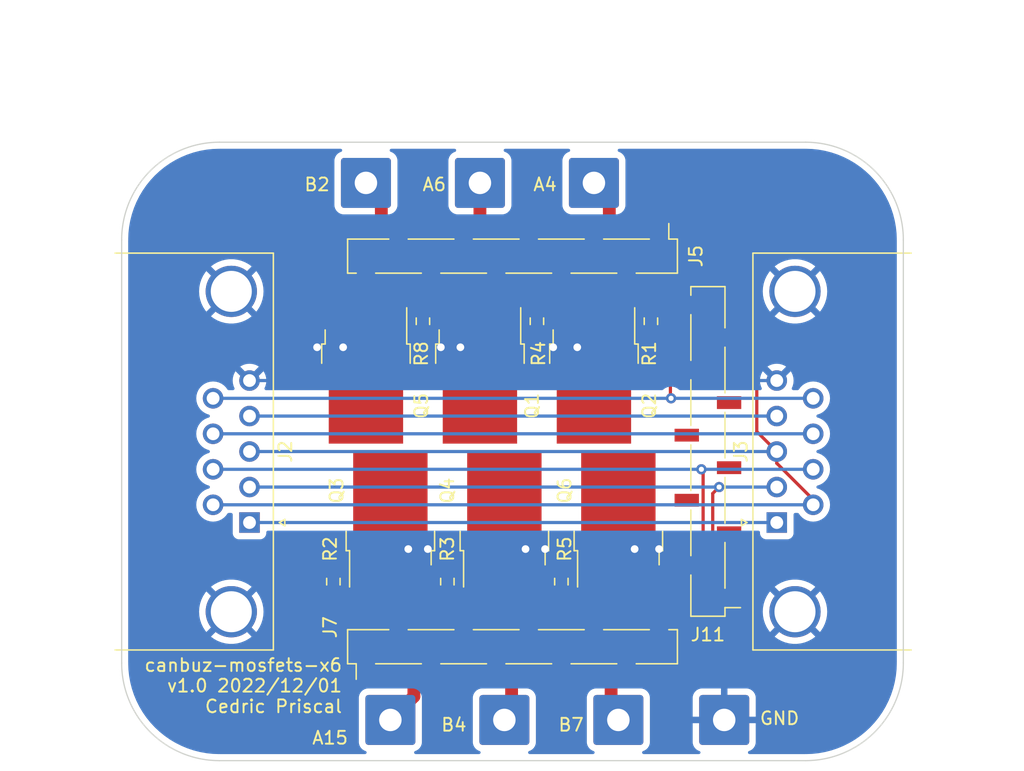
<source format=kicad_pcb>
(kicad_pcb (version 20221018) (generator pcbnew)
  (layers (0 "F.Cu" signal) (31 "B.Cu" signal) (34 "B.Paste" user) (35 "F.Paste" user) (36 "B.SilkS" user "B.Silkscreen") (37 "F.SilkS" user "F.Silkscreen") (38 "B.Mask" user) (39 "F.Mask" user) (44 "Edge.Cuts" user))
  (net 0 "")
  (net 1 "GND")
  (net 2 "Net-(J2-Pad1)")
  (net 3 "CANL")
  (net 4 "CANH")
  (net 5 "Net-(J2-Pad8)")
  (net 6 "PA3")
  (net 7 "PA4")
  (net 8 "Net-(J2-Pad4)")
  (net 9 "PA5")
  (net 10 "Net-(J4-Pad1)")
  (net 11 "PA6")
  (net 12 "PA7")
  (net 13 "PB0")
  (net 14 "Net-(J8-Pad1)")
  (net 15 "PB1")
  (net 16 "PB2")
  (net 17 "PB10")
  (net 18 "PB11")
  (net 19 "GNDPWR")
  (net 20 "Net-(Q1-Pad1)")
  (net 21 "Net-(Q5-Pad1)")
  (net 22 "SWCLK")
  (net 23 "PA15")
  (net 24 "PB3")
  (net 25 "PB4")
  (net 26 "PB5")
  (net 27 "PB6")
  (net 28 "PB7")
  (net 29 "BOOT0")
  (net 30 "PC13")
  (net 31 "PC14")
  (net 32 "PC15")
  (net 33 "~{RESET}")
  (net 34 "PA0")
  (net 35 "PA1")
  (net 36 "PA2")
  (net 37 "3V3")
  (net 38 "VIN")
  (net 39 "Net-(J1-Pad1)")
  (net 40 "Net-(J9-Pad1)")
  (net 41 "Net-(Q2-Pad1)")
  (net 42 "Net-(Q3-Pad1)")
  (net 43 "Net-(J10-Pad1)")
  (net 44 "Net-(J12-Pad1)")
  (net 45 "Net-(Q4-Pad1)")
  (net 46 "Net-(Q6-Pad1)")
  (footprint "Connector_Dsub:DSUB-9_Female_Horizontal_P2.77x2.84mm_EdgePinOffset7.70mm_Housed_MountingHolesOffset9.12mm" (layer "F.Cu") (at 173.490331 139.05 -90)
    (fp_text reference "J2" (at -5.54 -2.8 90) (layer "F.SilkS"))
    (fp_text value "DB9_Female_MountingHoles")
    (fp_line (start -21.025 -1.86) (end 9.945 -1.86) (stroke (width 0.12)) (layer "F.SilkS"))
    (fp_line (start -21.025 10.48) (end -21.025 -1.86) (stroke (width 0.12)) (layer "F.SilkS"))
    (fp_line (start -0.25 -2.754338) (end 0.25 -2.754338) (stroke (width 0.12)) (layer "F.SilkS"))
    (fp_line (start 0 -2.321325) (end -0.25 -2.754338) (stroke (width 0.12)) (layer "F.SilkS"))
    (fp_line (start 0.25 -2.754338) (end 0 -2.321325) (stroke (width 0.12)) (layer "F.SilkS"))
    (fp_line (start 9.945 -1.86) (end 9.945 10.48) (stroke (width 0.12)) (layer "F.SilkS"))
    (pad "0" thru_hole circle (at -18.04 1.42 270) (size 4 4) (drill 3.2) (layers "*.Cu" "*.Mask") (net 19 "GNDPWR"))
    (pad "0" thru_hole circle (at 6.96 1.42 270) (size 4 4) (drill 3.2) (layers "*.Cu" "*.Mask") (net 19 "GNDPWR"))
    (pad "1" thru_hole rect (at 0 0 270) (size 1.6 1.6) (drill 1) (layers "*.Cu" "*.Mask") (net 2 "Net-(J2-Pad1)"))
    (pad "2" thru_hole circle (at -2.77 0 270) (size 1.6 1.6) (drill 1) (layers "*.Cu" "*.Mask") (net 3 "CANL"))
    (pad "3" thru_hole circle (at -5.54 0 270) (size 1.6 1.6) (drill 1) (layers "*.Cu" "*.Mask") (net 1 "GND"))
    (pad "4" thru_hole circle (at -8.31 0 270) (size 1.6 1.6) (drill 1) (layers "*.Cu" "*.Mask") (net 8 "Net-(J2-Pad4)"))
    (pad "5" thru_hole circle (at -11.08 0 270) (size 1.6 1.6) (drill 1) (layers "*.Cu" "*.Mask") (net 19 "GNDPWR"))
    (pad "6" thru_hole circle (at -1.385 2.84 270) (size 1.6 1.6) (drill 1) (layers "*.Cu" "*.Mask") (net 1 "GND"))
    (pad "7" thru_hole circle (at -4.155 2.84 270) (size 1.6 1.6) (drill 1) (layers "*.Cu" "*.Mask") (net 4 "CANH"))
    (pad "8" thru_hole circle (at -6.925 2.84 270) (size 1.6 1.6) (drill 1) (layers "*.Cu" "*.Mask") (net 5 "Net-(J2-Pad8)"))
    (pad "9" thru_hole circle (at -9.695 2.84 270) (size 1.6 1.6) (drill 1) (layers "*.Cu" "*.Mask") (net 38 "VIN"))
  )
  (footprint "Connector_PinSocket_2.54mm:PinSocket_1x10_P2.54mm_Vertical_SMD_Pin1Left" (layer "F.Cu") (at 194 148.74 90)
    (fp_text reference "J7" (at 1.524 -14.224 90) (layer "F.SilkS"))
    (fp_text value "Conn_01x10")
    (fp_line (start -2.54 -12.19) (end -1.33 -12.19) (stroke (width 0.12)) (layer "F.SilkS"))
    (fp_line (start -1.33 -12.86) (end -1.33 -12.19) (stroke (width 0.12)) (layer "F.SilkS"))
    (fp_line (start -1.33 -12.86) (end 1.33 -12.86) (stroke (width 0.12)) (layer "F.SilkS"))
    (fp_line (start -1.33 -10.67) (end -1.33 -7.11) (stroke (width 0.12)) (layer "F.SilkS"))
    (fp_line (start -1.33 -5.59) (end -1.33 -2.03) (stroke (width 0.12)) (layer "F.SilkS"))
    (fp_line (start -1.33 -0.51) (end -1.33 3.05) (stroke (width 0.12)) (layer "F.SilkS"))
    (fp_line (start -1.33 4.57) (end -1.33 8.13) (stroke (width 0.12)) (layer "F.SilkS"))
    (fp_line (start -1.33 9.65) (end -1.33 12.86) (stroke (width 0.12)) (layer "F.SilkS"))
    (fp_line (start -1.33 12.86) (end 1.33 12.86) (stroke (width 0.12)) (layer "F.SilkS"))
    (fp_line (start 1.33 -12.86) (end 1.33 -9.65) (stroke (width 0.12)) (layer "F.SilkS"))
    (fp_line (start 1.33 -8.13) (end 1.33 -4.57) (stroke (width 0.12)) (layer "F.SilkS"))
    (fp_line (start 1.33 -3.05) (end 1.33 0.51) (stroke (width 0.12)) (layer "F.SilkS"))
    (fp_line (start 1.33 2.03) (end 1.33 5.59) (stroke (width 0.12)) (layer "F.SilkS"))
    (fp_line (start 1.33 7.11) (end 1.33 10.67) (stroke (width 0.12)) (layer "F.SilkS"))
    (fp_line (start 1.33 12.19) (end 1.33 12.86) (stroke (width 0.12)) (layer "F.SilkS"))
    (pad "1" smd rect (at -1.65 -11.43 90) (size 1.9 1) (layers "F.Cu" "F.Paste" "F.Mask") (net 22 "SWCLK"))
    (pad "2" smd rect (at 1.65 -8.89 90) (size 1.9 1) (layers "F.Cu" "F.Paste" "F.Mask") (net 23 "PA15"))
    (pad "3" smd rect (at -1.65 -6.35 90) (size 1.9 1) (layers "F.Cu" "F.Paste" "F.Mask") (net 24 "PB3"))
    (pad "4" smd rect (at 1.65 -3.81 90) (size 1.9 1) (layers "F.Cu" "F.Paste" "F.Mask") (net 25 "PB4"))
    (pad "5" smd rect (at -1.65 -1.27 90) (size 1.9 1) (layers "F.Cu" "F.Paste" "F.Mask") (net 26 "PB5"))
    (pad "6" smd rect (at 1.65 1.27 90) (size 1.9 1) (layers "F.Cu" "F.Paste" "F.Mask") (net 27 "PB6"))
    (pad "7" smd rect (at -1.65 3.81 90) (size 1.9 1) (layers "F.Cu" "F.Paste" "F.Mask") (net 28 "PB7"))
    (pad "8" smd rect (at 1.65 6.35 90) (size 1.9 1) (layers "F.Cu" "F.Paste" "F.Mask") (net 29 "BOOT0"))
    (pad "9" smd rect (at -1.65 8.89 90) (size 1.9 1) (layers "F.Cu" "F.Paste" "F.Mask") (net 3 "CANL"))
    (pad "10" smd rect (at 1.65 11.43 90) (size 1.9 1) (layers "F.Cu" "F.Paste" "F.Mask") (net 4 "CANH"))
  )
  (footprint "Package_TO_SOT_SMD:TO-252-2" (layer "F.Cu") (at 202.255 138.775 90)
    (fp_text reference "Q6" (at 2.227 -4.191 90) (layer "F.SilkS"))
    (fp_text value "AOD4184A")
    (fp_line (start -2.47 -3.45) (end -2.47 -3.18) (stroke (width 0.12)) (layer "F.SilkS"))
    (fp_line (start -2.47 -3.18) (end -5.3 -3.18) (stroke (width 0.12)) (layer "F.SilkS"))
    (fp_line (start -2.47 3.18) (end -3.57 3.18) (stroke (width 0.12)) (layer "F.SilkS"))
    (fp_line (start -2.47 3.45) (end -2.47 3.18) (stroke (width 0.12)) (layer "F.SilkS"))
    (fp_line (start -0.97 -3.45) (end -2.47 -3.45) (stroke (width 0.12)) (layer "F.SilkS"))
    (fp_line (start -0.97 3.45) (end -2.47 3.45) (stroke (width 0.12)) (layer "F.SilkS"))
    (pad "1" smd rect (at -4.2 -2.28 90) (size 2.2 1.2) (layers "F.Cu" "F.Paste" "F.Mask") (net 46 "Net-(Q6-Pad1)"))
    (pad "2" smd rect (at 2.1 0 90) (size 6.4 5.8) (layers "F.Cu" "F.Mask") (net 44 "Net-(J12-Pad1)"))
    (pad "3" smd rect (at -4.2 2.28 90) (size 2.2 1.2) (layers "F.Cu" "F.Paste" "F.Mask") (net 19 "GNDPWR"))
  )
  (footprint "Connector_Dsub:DSUB-9_Male_Horizontal_P2.77x2.84mm_EdgePinOffset7.70mm_Housed_MountingHolesOffset9.12mm" (layer "F.Cu") (at 214.609669 139.05 90)
    (fp_text reference "J3" (at 5.54 -2.8 90) (layer "F.SilkS"))
    (fp_text value "DB9_Male_MountingHoles")
    (fp_line (start -9.945 -1.86) (end 21.025 -1.86) (stroke (width 0.12)) (layer "F.SilkS"))
    (fp_line (start -9.945 10.48) (end -9.945 -1.86) (stroke (width 0.12)) (layer "F.SilkS"))
    (fp_line (start -0.25 -2.754338) (end 0.25 -2.754338) (stroke (width 0.12)) (layer "F.SilkS"))
    (fp_line (start 0 -2.321325) (end -0.25 -2.754338) (stroke (width 0.12)) (layer "F.SilkS"))
    (fp_line (start 0.25 -2.754338) (end 0 -2.321325) (stroke (width 0.12)) (layer "F.SilkS"))
    (fp_line (start 21.025 -1.86) (end 21.025 10.48) (stroke (width 0.12)) (layer "F.SilkS"))
    (pad "0" thru_hole circle (at -6.96 1.42 90) (size 4 4) (drill 3.2) (layers "*.Cu" "*.Mask") (net 19 "GNDPWR"))
    (pad "0" thru_hole circle (at 18.04 1.42 90) (size 4 4) (drill 3.2) (layers "*.Cu" "*.Mask") (net 19 "GNDPWR"))
    (pad "1" thru_hole rect (at 0 0 90) (size 1.6 1.6) (drill 1) (layers "*.Cu" "*.Mask") (net 2 "Net-(J2-Pad1)"))
    (pad "2" thru_hole circle (at 2.77 0 90) (size 1.6 1.6) (drill 1) (layers "*.Cu" "*.Mask") (net 3 "CANL"))
    (pad "3" thru_hole circle (at 5.54 0 90) (size 1.6 1.6) (drill 1) (layers "*.Cu" "*.Mask") (net 1 "GND"))
    (pad "4" thru_hole circle (at 8.31 0 90) (size 1.6 1.6) (drill 1) (layers "*.Cu" "*.Mask") (net 8 "Net-(J2-Pad4)"))
    (pad "5" thru_hole circle (at 11.08 0 90) (size 1.6 1.6) (drill 1) (layers "*.Cu" "*.Mask") (net 19 "GNDPWR"))
    (pad "6" thru_hole circle (at 1.385 2.84 90) (size 1.6 1.6) (drill 1) (layers "*.Cu" "*.Mask") (net 1 "GND"))
    (pad "7" thru_hole circle (at 4.155 2.84 90) (size 1.6 1.6) (drill 1) (layers "*.Cu" "*.Mask") (net 4 "CANH"))
    (pad "8" thru_hole circle (at 6.925 2.84 90) (size 1.6 1.6) (drill 1) (layers "*.Cu" "*.Mask") (net 5 "Net-(J2-Pad8)"))
    (pad "9" thru_hole circle (at 9.695 2.84 90) (size 1.6 1.6) (drill 1) (layers "*.Cu" "*.Mask") (net 38 "VIN"))
  )
  (footprint "Connector_Wire:SolderWire-1sqmm_1x01_D1.4mm_OD3.9mm" (layer "F.Cu") (at 202.255 154.455)
    (fp_text reference "J12" hide)
    (fp_text value "Conn_01x01")
    (pad "1" thru_hole roundrect (at 0 0) (size 3.9 3.9) (drill 1.75) (layers "*.Cu" "*.Mask") (roundrect_rratio 0.064103) (net 44 "Net-(J12-Pad1)"))
  )
  (footprint "Package_TO_SOT_SMD:TO-252-2" (layer "F.Cu") (at 184.475 138.775 90)
    (fp_text reference "Q3" (at 2.227 -4.191 90) (layer "F.SilkS"))
    (fp_text value "AOD4184A")
    (fp_line (start -2.47 -3.45) (end -2.47 -3.18) (stroke (width 0.12)) (layer "F.SilkS"))
    (fp_line (start -2.47 -3.18) (end -5.3 -3.18) (stroke (width 0.12)) (layer "F.SilkS"))
    (fp_line (start -2.47 3.18) (end -3.57 3.18) (stroke (width 0.12)) (layer "F.SilkS"))
    (fp_line (start -2.47 3.45) (end -2.47 3.18) (stroke (width 0.12)) (layer "F.SilkS"))
    (fp_line (start -0.97 -3.45) (end -2.47 -3.45) (stroke (width 0.12)) (layer "F.SilkS"))
    (fp_line (start -0.97 3.45) (end -2.47 3.45) (stroke (width 0.12)) (layer "F.SilkS"))
    (pad "1" smd rect (at -4.2 -2.28 90) (size 2.2 1.2) (layers "F.Cu" "F.Paste" "F.Mask") (net 42 "Net-(Q3-Pad1)"))
    (pad "2" smd rect (at 2.1 0 90) (size 6.4 5.8) (layers "F.Cu" "F.Mask") (net 40 "Net-(J9-Pad1)"))
    (pad "3" smd rect (at -4.2 2.28 90) (size 2.2 1.2) (layers "F.Cu" "F.Paste" "F.Mask") (net 19 "GNDPWR"))
  )
  (footprint "Resistor_SMD:R_0603_1608Metric_Pad0.98x0.95mm_HandSolder" (layer "F.Cu") (at 188.92 143.66 90)
    (fp_text reference "R3" (at 2.54 0 90) (layer "F.SilkS"))
    (fp_text value "100")
    (fp_line (start -0.254724 -0.5225) (end 0.254724 -0.5225) (stroke (width 0.12)) (layer "F.SilkS"))
    (fp_line (start -0.254724 0.5225) (end 0.254724 0.5225) (stroke (width 0.12)) (layer "F.SilkS"))
    (pad "1" smd roundrect (at -0.9125 0 90) (size 0.975 0.95) (layers "F.Cu" "F.Paste" "F.Mask") (net 25 "PB4"))
    (pad "2" smd roundrect (at 0.9125 0 90) (size 0.975 0.95) (layers "F.Cu" "F.Paste" "F.Mask") (net 45 "Net-(Q4-Pad1)"))
  )
  (footprint "Resistor_SMD:R_0603_1608Metric_Pad0.98x0.95mm_HandSolder" (layer "F.Cu") (at 195.905 123.34 -90)
    (fp_text reference "R4" (at 2.53 -0.127 90) (layer "F.SilkS"))
    (fp_text value "100")
    (fp_line (start -0.254724 -0.5225) (end 0.254724 -0.5225) (stroke (width 0.12)) (layer "F.SilkS"))
    (fp_line (start -0.254724 0.5225) (end 0.254724 0.5225) (stroke (width 0.12)) (layer "F.SilkS"))
    (pad "1" smd roundrect (at -0.9125 0 270) (size 0.975 0.95) (layers "F.Cu" "F.Paste" "F.Mask") (net 11 "PA6"))
    (pad "2" smd roundrect (at 0.9125 0 270) (size 0.975 0.95) (layers "F.Cu" "F.Paste" "F.Mask") (net 20 "Net-(Q1-Pad1)"))
  )
  (footprint "Package_TO_SOT_SMD:TO-252-2" (layer "F.Cu") (at 191.46 127.59 -90)
    (fp_text reference "Q1" (at 2.354 -4.064 90) (layer "F.SilkS"))
    (fp_text value "AOD4184A")
    (fp_line (start -2.47 -3.45) (end -2.47 -3.18) (stroke (width 0.12)) (layer "F.SilkS"))
    (fp_line (start -2.47 -3.18) (end -5.3 -3.18) (stroke (width 0.12)) (layer "F.SilkS"))
    (fp_line (start -2.47 3.18) (end -3.57 3.18) (stroke (width 0.12)) (layer "F.SilkS"))
    (fp_line (start -2.47 3.45) (end -2.47 3.18) (stroke (width 0.12)) (layer "F.SilkS"))
    (fp_line (start -0.97 -3.45) (end -2.47 -3.45) (stroke (width 0.12)) (layer "F.SilkS"))
    (fp_line (start -0.97 3.45) (end -2.47 3.45) (stroke (width 0.12)) (layer "F.SilkS"))
    (pad "1" smd rect (at -4.2 -2.28 270) (size 2.2 1.2) (layers "F.Cu" "F.Paste" "F.Mask") (net 20 "Net-(Q1-Pad1)"))
    (pad "2" smd rect (at 2.1 0 270) (size 6.4 5.8) (layers "F.Cu" "F.Mask") (net 10 "Net-(J4-Pad1)"))
    (pad "3" smd rect (at -4.2 2.28 270) (size 2.2 1.2) (layers "F.Cu" "F.Paste" "F.Mask") (net 19 "GNDPWR"))
  )
  (footprint "Connector_PinSocket_2.54mm:PinSocket_1x10_P2.54mm_Vertical_SMD_Pin1Left" (layer "F.Cu") (at 209.24 133.5 180)
    (fp_text reference "J11" (at 0 -14.3 180) (layer "F.SilkS"))
    (fp_text value "Conn_01x10")
    (fp_line (start -2.54 -12.19) (end -1.33 -12.19) (stroke (width 0.12)) (layer "F.SilkS"))
    (fp_line (start -1.33 -12.86) (end -1.33 -12.19) (stroke (width 0.12)) (layer "F.SilkS"))
    (fp_line (start -1.33 -12.86) (end 1.33 -12.86) (stroke (width 0.12)) (layer "F.SilkS"))
    (fp_line (start -1.33 -10.67) (end -1.33 -7.11) (stroke (width 0.12)) (layer "F.SilkS"))
    (fp_line (start -1.33 -5.59) (end -1.33 -2.03) (stroke (width 0.12)) (layer "F.SilkS"))
    (fp_line (start -1.33 -0.51) (end -1.33 3.05) (stroke (width 0.12)) (layer "F.SilkS"))
    (fp_line (start -1.33 4.57) (end -1.33 8.13) (stroke (width 0.12)) (layer "F.SilkS"))
    (fp_line (start -1.33 9.65) (end -1.33 12.86) (stroke (width 0.12)) (layer "F.SilkS"))
    (fp_line (start -1.33 12.86) (end 1.33 12.86) (stroke (width 0.12)) (layer "F.SilkS"))
    (fp_line (start 1.33 -12.86) (end 1.33 -9.65) (stroke (width 0.12)) (layer "F.SilkS"))
    (fp_line (start 1.33 -8.13) (end 1.33 -4.57) (stroke (width 0.12)) (layer "F.SilkS"))
    (fp_line (start 1.33 -3.05) (end 1.33 0.51) (stroke (width 0.12)) (layer "F.SilkS"))
    (fp_line (start 1.33 2.03) (end 1.33 5.59) (stroke (width 0.12)) (layer "F.SilkS"))
    (fp_line (start 1.33 7.11) (end 1.33 10.67) (stroke (width 0.12)) (layer "F.SilkS"))
    (fp_line (start 1.33 12.19) (end 1.33 12.86) (stroke (width 0.12)) (layer "F.SilkS"))
    (pad "1" smd rect (at -1.65 -11.43 180) (size 1.9 1) (layers "F.Cu" "F.Paste" "F.Mask") (net 30 "PC13"))
    (pad "2" smd rect (at 1.65 -8.89 180) (size 1.9 1) (layers "F.Cu" "F.Paste" "F.Mask") (net 31 "PC14"))
    (pad "3" smd rect (at -1.65 -6.35 180) (size 1.9 1) (layers "F.Cu" "F.Paste" "F.Mask") (net 32 "PC15"))
    (pad "4" smd rect (at 1.65 -3.81 180) (size 1.9 1) (layers "F.Cu" "F.Paste" "F.Mask") (net 33 "~{RESET}"))
    (pad "5" smd rect (at -1.65 -1.27 180) (size 1.9 1) (layers "F.Cu" "F.Paste" "F.Mask") (net 34 "PA0"))
    (pad "6" smd rect (at 1.65 1.27 180) (size 1.9 1) (layers "F.Cu" "F.Paste" "F.Mask") (net 35 "PA1"))
    (pad "7" smd rect (at -1.65 3.81 180) (size 1.9 1) (layers "F.Cu" "F.Paste" "F.Mask") (net 36 "PA2"))
    (pad "8" smd rect (at 1.65 6.35 180) (size 1.9 1) (layers "F.Cu" "F.Paste" "F.Mask") (net 37 "3V3"))
    (pad "9" smd rect (at -1.65 8.89 180) (size 1.9 1) (layers "F.Cu" "F.Paste" "F.Mask") (net 1 "GND"))
    (pad "10" smd rect (at 1.65 11.43 180) (size 1.9 1) (layers "F.Cu" "F.Paste" "F.Mask") (net 38 "VIN"))
  )
  (footprint "Connector_Wire:SolderWire-1sqmm_1x01_D1.4mm_OD3.9mm" (layer "F.Cu") (at 200.35 112.545 180)
    (fp_text reference "J1" hide)
    (fp_text value "Conn_01x01")
    (pad "1" thru_hole roundrect (at 0 0 180) (size 3.9 3.9) (drill 1.75) (layers "*.Cu" "*.Mask") (roundrect_rratio 0.064103) (net 39 "Net-(J1-Pad1)"))
  )
  (footprint "Connector_Wire:SolderWire-1sqmm_1x01_D1.4mm_OD3.9mm" (layer "F.Cu") (at 184.475 154.455)
    (fp_text reference "J9" hide)
    (fp_text value "Conn_01x01")
    (pad "1" thru_hole roundrect (at 0 0) (size 3.9 3.9) (drill 1.75) (layers "*.Cu" "*.Mask") (roundrect_rratio 0.064103) (net 40 "Net-(J9-Pad1)"))
  )
  (footprint "Connector_Wire:SolderWire-1sqmm_1x01_D1.4mm_OD3.9mm" (layer "F.Cu") (at 193.365 154.455)
    (fp_text reference "J10" hide)
    (fp_text value "Conn_01x01")
    (pad "1" thru_hole roundrect (at 0 0) (size 3.9 3.9) (drill 1.75) (layers "*.Cu" "*.Mask") (roundrect_rratio 0.064103) (net 43 "Net-(J10-Pad1)"))
  )
  (footprint "Package_TO_SOT_SMD:TO-252-2" (layer "F.Cu") (at 200.35 127.59 -90)
    (fp_text reference "Q2" (at 2.354 -4.318 90) (layer "F.SilkS"))
    (fp_text value "AOD4184A")
    (fp_line (start -2.47 -3.45) (end -2.47 -3.18) (stroke (width 0.12)) (layer "F.SilkS"))
    (fp_line (start -2.47 -3.18) (end -5.3 -3.18) (stroke (width 0.12)) (layer "F.SilkS"))
    (fp_line (start -2.47 3.18) (end -3.57 3.18) (stroke (width 0.12)) (layer "F.SilkS"))
    (fp_line (start -2.47 3.45) (end -2.47 3.18) (stroke (width 0.12)) (layer "F.SilkS"))
    (fp_line (start -0.97 -3.45) (end -2.47 -3.45) (stroke (width 0.12)) (layer "F.SilkS"))
    (fp_line (start -0.97 3.45) (end -2.47 3.45) (stroke (width 0.12)) (layer "F.SilkS"))
    (pad "1" smd rect (at -4.2 -2.28 270) (size 2.2 1.2) (layers "F.Cu" "F.Paste" "F.Mask") (net 41 "Net-(Q2-Pad1)"))
    (pad "2" smd rect (at 2.1 0 270) (size 6.4 5.8) (layers "F.Cu" "F.Mask") (net 39 "Net-(J1-Pad1)"))
    (pad "3" smd rect (at -4.2 2.28 270) (size 2.2 1.2) (layers "F.Cu" "F.Paste" "F.Mask") (net 19 "GNDPWR"))
  )
  (footprint "Connector_Wire:SolderWire-1sqmm_1x01_D1.4mm_OD3.9mm" (layer "F.Cu") (at 191.46 112.545 180)
    (fp_text reference "J4" hide)
    (fp_text value "Conn_01x01")
    (pad "1" thru_hole roundrect (at 0 0 180) (size 3.9 3.9) (drill 1.75) (layers "*.Cu" "*.Mask") (roundrect_rratio 0.064103) (net 10 "Net-(J4-Pad1)"))
  )
  (footprint "Resistor_SMD:R_0603_1608Metric_Pad0.98x0.95mm_HandSolder" (layer "F.Cu") (at 197.81 143.66 90)
    (fp_text reference "R5" (at 2.54 0.254 90) (layer "F.SilkS"))
    (fp_text value "100")
    (fp_line (start -0.254724 -0.5225) (end 0.254724 -0.5225) (stroke (width 0.12)) (layer "F.SilkS"))
    (fp_line (start -0.254724 0.5225) (end 0.254724 0.5225) (stroke (width 0.12)) (layer "F.SilkS"))
    (pad "1" smd roundrect (at -0.9125 0 90) (size 0.975 0.95) (layers "F.Cu" "F.Paste" "F.Mask") (net 28 "PB7"))
    (pad "2" smd roundrect (at 0.9125 0 90) (size 0.975 0.95) (layers "F.Cu" "F.Paste" "F.Mask") (net 46 "Net-(Q6-Pad1)"))
  )
  (footprint "Connector_Wire:SolderWire-1sqmm_1x01_D1.4mm_OD3.9mm" (layer "F.Cu") (at 182.57 112.545 180)
    (fp_text reference "J8" hide)
    (fp_text value "Conn_01x01")
    (pad "1" thru_hole roundrect (at 0 0 180) (size 3.9 3.9) (drill 1.75) (layers "*.Cu" "*.Mask") (roundrect_rratio 0.064103) (net 14 "Net-(J8-Pad1)"))
  )
  (footprint "Resistor_SMD:R_0603_1608Metric_Pad0.98x0.95mm_HandSolder" (layer "F.Cu") (at 204.795 123.34 -90)
    (fp_text reference "R1" (at 2.54 0.127 90) (layer "F.SilkS"))
    (fp_text value "100")
    (fp_line (start -0.254724 -0.5225) (end 0.254724 -0.5225) (stroke (width 0.12)) (layer "F.SilkS"))
    (fp_line (start -0.254724 0.5225) (end 0.254724 0.5225) (stroke (width 0.12)) (layer "F.SilkS"))
    (pad "1" smd roundrect (at -0.9125 0 270) (size 0.975 0.95) (layers "F.Cu" "F.Paste" "F.Mask") (net 7 "PA4"))
    (pad "2" smd roundrect (at 0.9125 0 270) (size 0.975 0.95) (layers "F.Cu" "F.Paste" "F.Mask") (net 41 "Net-(Q2-Pad1)"))
  )
  (footprint "Connector_PinSocket_2.54mm:PinSocket_1x10_P2.54mm_Vertical_SMD_Pin1Left" (layer "F.Cu") (at 194 118.26 -90)
    (fp_text reference "J5" (at 0 -14.3 -90) (layer "F.SilkS"))
    (fp_text value "Conn_01x10")
    (fp_line (start -2.54 -12.19) (end -1.33 -12.19) (stroke (width 0.12)) (layer "F.SilkS"))
    (fp_line (start -1.33 -12.86) (end -1.33 -12.19) (stroke (width 0.12)) (layer "F.SilkS"))
    (fp_line (start -1.33 -12.86) (end 1.33 -12.86) (stroke (width 0.12)) (layer "F.SilkS"))
    (fp_line (start -1.33 -10.67) (end -1.33 -7.11) (stroke (width 0.12)) (layer "F.SilkS"))
    (fp_line (start -1.33 -5.59) (end -1.33 -2.03) (stroke (width 0.12)) (layer "F.SilkS"))
    (fp_line (start -1.33 -0.51) (end -1.33 3.05) (stroke (width 0.12)) (layer "F.SilkS"))
    (fp_line (start -1.33 4.57) (end -1.33 8.13) (stroke (width 0.12)) (layer "F.SilkS"))
    (fp_line (start -1.33 9.65) (end -1.33 12.86) (stroke (width 0.12)) (layer "F.SilkS"))
    (fp_line (start -1.33 12.86) (end 1.33 12.86) (stroke (width 0.12)) (layer "F.SilkS"))
    (fp_line (start 1.33 -12.86) (end 1.33 -9.65) (stroke (width 0.12)) (layer "F.SilkS"))
    (fp_line (start 1.33 -8.13) (end 1.33 -4.57) (stroke (width 0.12)) (layer "F.SilkS"))
    (fp_line (start 1.33 -3.05) (end 1.33 0.51) (stroke (width 0.12)) (layer "F.SilkS"))
    (fp_line (start 1.33 2.03) (end 1.33 5.59) (stroke (width 0.12)) (layer "F.SilkS"))
    (fp_line (start 1.33 7.11) (end 1.33 10.67) (stroke (width 0.12)) (layer "F.SilkS"))
    (fp_line (start 1.33 12.19) (end 1.33 12.86) (stroke (width 0.12)) (layer "F.SilkS"))
    (pad "1" smd rect (at -1.65 -11.43 270) (size 1.9 1) (layers "F.Cu" "F.Paste" "F.Mask") (net 6 "PA3"))
    (pad "2" smd rect (at 1.65 -8.89 270) (size 1.9 1) (layers "F.Cu" "F.Paste" "F.Mask") (net 7 "PA4"))
    (pad "3" smd rect (at -1.65 -6.35 270) (size 1.9 1) (layers "F.Cu" "F.Paste" "F.Mask") (net 9 "PA5"))
    (pad "4" smd rect (at 1.65 -3.81 270) (size 1.9 1) (layers "F.Cu" "F.Paste" "F.Mask") (net 11 "PA6"))
    (pad "5" smd rect (at -1.65 -1.27 270) (size 1.9 1) (layers "F.Cu" "F.Paste" "F.Mask") (net 12 "PA7"))
    (pad "6" smd rect (at 1.65 1.27 270) (size 1.9 1) (layers "F.Cu" "F.Paste" "F.Mask") (net 13 "PB0"))
    (pad "7" smd rect (at -1.65 3.81 270) (size 1.9 1) (layers "F.Cu" "F.Paste" "F.Mask") (net 15 "PB1"))
    (pad "8" smd rect (at 1.65 6.35 270) (size 1.9 1) (layers "F.Cu" "F.Paste" "F.Mask") (net 16 "PB2"))
    (pad "9" smd rect (at -1.65 8.89 270) (size 1.9 1) (layers "F.Cu" "F.Paste" "F.Mask") (net 17 "PB10"))
    (pad "10" smd rect (at 1.65 11.43 270) (size 1.9 1) (layers "F.Cu" "F.Paste" "F.Mask") (net 18 "PB11"))
  )
  (footprint "Resistor_SMD:R_0603_1608Metric_Pad0.98x0.95mm_HandSolder" (layer "F.Cu") (at 187.015 123.34 -90)
    (fp_text reference "R8" (at 2.54 0.127 90) (layer "F.SilkS"))
    (fp_text value "100")
    (fp_line (start -0.254724 -0.5225) (end 0.254724 -0.5225) (stroke (width 0.12)) (layer "F.SilkS"))
    (fp_line (start -0.254724 0.5225) (end 0.254724 0.5225) (stroke (width 0.12)) (layer "F.SilkS"))
    (pad "1" smd roundrect (at -0.9125 0 270) (size 0.975 0.95) (layers "F.Cu" "F.Paste" "F.Mask") (net 16 "PB2"))
    (pad "2" smd roundrect (at 0.9125 0 270) (size 0.975 0.95) (layers "F.Cu" "F.Paste" "F.Mask") (net 21 "Net-(Q5-Pad1)"))
  )
  (footprint "Package_TO_SOT_SMD:TO-252-2" (layer "F.Cu") (at 182.57 127.59 -90)
    (fp_text reference "Q5" (at 2.354 -4.318 90) (layer "F.SilkS"))
    (fp_text value "AOD4184A")
    (fp_line (start -2.47 -3.45) (end -2.47 -3.18) (stroke (width 0.12)) (layer "F.SilkS"))
    (fp_line (start -2.47 -3.18) (end -5.3 -3.18) (stroke (width 0.12)) (layer "F.SilkS"))
    (fp_line (start -2.47 3.18) (end -3.57 3.18) (stroke (width 0.12)) (layer "F.SilkS"))
    (fp_line (start -2.47 3.45) (end -2.47 3.18) (stroke (width 0.12)) (layer "F.SilkS"))
    (fp_line (start -0.97 -3.45) (end -2.47 -3.45) (stroke (width 0.12)) (layer "F.SilkS"))
    (fp_line (start -0.97 3.45) (end -2.47 3.45) (stroke (width 0.12)) (layer "F.SilkS"))
    (pad "1" smd rect (at -4.2 -2.28 270) (size 2.2 1.2) (layers "F.Cu" "F.Paste" "F.Mask") (net 21 "Net-(Q5-Pad1)"))
    (pad "2" smd rect (at 2.1 0 270) (size 6.4 5.8) (layers "F.Cu" "F.Mask") (net 14 "Net-(J8-Pad1)"))
    (pad "3" smd rect (at -4.2 2.28 270) (size 2.2 1.2) (layers "F.Cu" "F.Paste" "F.Mask") (net 19 "GNDPWR"))
  )
  (footprint "Connector_Wire:SolderWire-1sqmm_1x01_D1.4mm_OD3.9mm" (layer "F.Cu") (at 210.51 154.455)
    (fp_text reference "J6" hide)
    (fp_text value "Conn_01x01")
    (pad "1" thru_hole roundrect (at 0 0) (size 3.9 3.9) (drill 1.75) (layers "*.Cu" "*.Mask") (roundrect_rratio 0.064103) (net 19 "GNDPWR"))
  )
  (footprint "Package_TO_SOT_SMD:TO-252-2" (layer "F.Cu") (at 193.365 138.775 90)
    (fp_text reference "Q4" (at 2.227 -4.445 90) (layer "F.SilkS"))
    (fp_text value "AOD4184A")
    (fp_line (start -2.47 -3.45) (end -2.47 -3.18) (stroke (width 0.12)) (layer "F.SilkS"))
    (fp_line (start -2.47 -3.18) (end -5.3 -3.18) (stroke (width 0.12)) (layer "F.SilkS"))
    (fp_line (start -2.47 3.18) (end -3.57 3.18) (stroke (width 0.12)) (layer "F.SilkS"))
    (fp_line (start -2.47 3.45) (end -2.47 3.18) (stroke (width 0.12)) (layer "F.SilkS"))
    (fp_line (start -0.97 -3.45) (end -2.47 -3.45) (stroke (width 0.12)) (layer "F.SilkS"))
    (fp_line (start -0.97 3.45) (end -2.47 3.45) (stroke (width 0.12)) (layer "F.SilkS"))
    (pad "1" smd rect (at -4.2 -2.28 90) (size 2.2 1.2) (layers "F.Cu" "F.Paste" "F.Mask") (net 45 "Net-(Q4-Pad1)"))
    (pad "2" smd rect (at 2.1 0 90) (size 6.4 5.8) (layers "F.Cu" "F.Mask") (net 43 "Net-(J10-Pad1)"))
    (pad "3" smd rect (at -4.2 2.28 90) (size 2.2 1.2) (layers "F.Cu" "F.Paste" "F.Mask") (net 19 "GNDPWR"))
  )
  (footprint "Resistor_SMD:R_0603_1608Metric_Pad0.98x0.95mm_HandSolder" (layer "F.Cu") (at 180.03 143.66 90)
    (fp_text reference "R2" (at 2.54 -0.254 90) (layer "F.SilkS"))
    (fp_text value "100")
    (fp_line (start -0.254724 -0.5225) (end 0.254724 -0.5225) (stroke (width 0.12)) (layer "F.SilkS"))
    (fp_line (start -0.254724 0.5225) (end 0.254724 0.5225) (stroke (width 0.12)) (layer "F.SilkS"))
    (pad "1" smd roundrect (at -0.9125 0 90) (size 0.975 0.95) (layers "F.Cu" "F.Paste" "F.Mask") (net 23 "PA15"))
    (pad "2" smd roundrect (at 0.9125 0 90) (size 0.975 0.95) (layers "F.Cu" "F.Paste" "F.Mask") (net 42 "Net-(Q3-Pad1)"))
  )
  (gr_arc (start 224.48 150.01) (mid 222.248154 155.398154) (end 216.86 157.63) (stroke (width 0.1)) (layer "Edge.Cuts"))
  (gr_line (start 171.14 157.63) (end 216.86 157.63) (stroke (width 0.1)) (layer "Edge.Cuts"))
  (gr_arc (start 171.14 157.63) (mid 165.751846 155.398154) (end 163.52 150.01) (stroke (width 0.1)) (layer "Edge.Cuts"))
  (gr_arc (start 163.52 116.99) (mid 165.751846 111.601846) (end 171.14 109.37) (stroke (width 0.1)) (layer "Edge.Cuts"))
  (gr_arc (start 216.86 109.37) (mid 222.248154 111.601846) (end 224.48 116.99) (stroke (width 0.1)) (layer "Edge.Cuts"))
  (gr_line (start 216.86 109.37) (end 171.14 109.37) (stroke (width 0.1)) (layer "Edge.Cuts"))
  (gr_line (start 224.48 150.01) (end 224.48 116.99) (stroke (width 0.1)) (layer "Edge.Cuts"))
  (gr_line (start 163.52 116.99) (end 163.52 150.01) (stroke (width 0.1)) (layer "Edge.Cuts"))
  (gr_text "B7" (at 198.572 154.836) (layer "F.SilkS") (effects (font (size 1 1))))
  (gr_text "A6" (at 187.904 112.672) (layer "F.SilkS") (effects (font (size 1 1))))
  (gr_text "B4" (at 189.428 154.836) (layer "F.SilkS") (effects (font (size 1 1))))
  (gr_text "B2" (at 178.76 112.672) (layer "F.SilkS") (effects (font (size 1 1))))
  (gr_text "A15" (at 179.776 155.852) (layer "F.SilkS") (effects (font (size 1 1))))
  (gr_text "A4" (at 196.54 112.672) (layer "F.SilkS") (effects (font (size 1 1))))
  (gr_text "canbuz-mosfets-x6\nv1.0 2022/12/01\nCedric Priscal" (at 180.792 151.788) (layer "F.SilkS") (effects (font (size 1 1)) (justify right)))
  (gr_text "GND" (at 214.828 154.328) (layer "F.SilkS") (effects (font (size 1 1))))
  (segment (start 214.609669 134.424669) (end 214.609669 133.51) (width 0.25) (layer "F.Cu") (net 1))
  (segment (start 217.449669 137.665) (end 217.449669 137.264669) (width 0.25) (layer "F.Cu") (net 1))
  (segment (start 213.05 131.950331) (end 214.609669 133.51) (width 0.25) (layer "F.Cu") (net 1))
  (segment (start 213.05 126.77) (end 213.05 131.950331) (width 0.25) (layer "F.Cu") (net 1))
  (segment (start 217.449669 137.264669) (end 214.609669 134.424669) (width 0.25) (layer "F.Cu") (net 1))
  (segment (start 210.89 124.61) (end 213.05 126.77) (width 0.25) (layer "F.Cu") (net 1))
  (segment (start 173.490331 133.51) (end 214.609669 133.51) (width 0.25) (layer "B.Cu") (net 1))
  (segment (start 217.449669 137.665) (end 170.650331 137.665) (width 0.25) (layer "B.Cu") (net 1))
  (segment (start 173.490331 139.05) (end 214.609669 139.05) (width 0.25) (layer "B.Cu") (net 2))
  (segment (start 209.615 136.78) (end 210.115 136.28) (width 0.25) (layer "F.Cu") (net 3))
  (segment (start 202.89 150.39) (end 204.23 150.39) (width 0.25) (layer "F.Cu") (net 3))
  (segment (start 209.615 145.005) (end 209.615 136.78) (width 0.25) (layer "F.Cu") (net 3))
  (segment (start 204.23 150.39) (end 209.615 145.005) (width 0.25) (layer "F.Cu") (net 3))
  (via (at 210.115 136.28) (size 0.8) (drill 0.4) (layers "F.Cu" "B.Cu") (net 3))
  (segment (start 173.490331 136.28) (end 210.115 136.28) (width 0.25) (layer "B.Cu") (net 3))
  (segment (start 210.115 136.28) (end 214.609669 136.28) (width 0.25) (layer "B.Cu") (net 3))
  (segment (start 205.43 147.09) (end 208.865 143.655) (width 0.25) (layer "F.Cu") (net 4))
  (segment (start 208.865 143.655) (end 208.865 135.03) (width 0.25) (layer "F.Cu") (net 4))
  (segment (start 208.865 135.03) (end 208.73 134.895) (width 0.25) (layer "F.Cu") (net 4))
  (via (at 208.73 134.895) (size 0.8) (drill 0.4) (layers "F.Cu" "B.Cu") (net 4))
  (segment (start 217.449669 134.895) (end 208.73 134.895) (width 0.25) (layer "B.Cu") (net 4))
  (segment (start 208.73 134.895) (end 170.650331 134.895) (width 0.25) (layer "B.Cu") (net 4))
  (segment (start 217.449669 132.125) (end 170.650331 132.125) (width 0.25) (layer "B.Cu") (net 5))
  (segment (start 204.795 121.815) (end 202.89 119.91) (width 0.25) (layer "F.Cu") (net 7))
  (segment (start 204.795 122.4275) (end 204.795 121.815) (width 0.25) (layer "F.Cu") (net 7))
  (segment (start 173.490331 130.74) (end 214.609669 130.74) (width 0.25) (layer "B.Cu") (net 8))
  (segment (start 191.46 129.69) (end 191.46 112.545) (width 1) (layer "F.Cu") (net 10))
  (segment (start 195.905 122.4275) (end 195.905 121.815) (width 0.25) (layer "F.Cu") (net 11))
  (segment (start 195.905 121.815) (end 197.81 119.91) (width 0.25) (layer "F.Cu") (net 11))
  (segment (start 183.77 121.56) (end 183.77 113.745) (width 1) (layer "F.Cu") (net 14))
  (segment (start 182.57 129.69) (end 182.57 122.76) (width 1) (layer "F.Cu") (net 14))
  (segment (start 183.77 113.745) (end 182.57 112.545) (width 1) (layer "F.Cu") (net 14))
  (segment (start 182.57 122.76) (end 183.77 121.56) (width 1) (layer "F.Cu") (net 14))
  (segment (start 187.65 121.7925) (end 187.65 119.91) (width 0.25) (layer "F.Cu") (net 16))
  (segment (start 187.015 122.4275) (end 187.65 121.7925) (width 0.25) (layer "F.Cu") (net 16))
  (segment (start 189.18 124.604) (end 189.18 123.39) (width 1) (layer "F.Cu") (net 19))
  (segment (start 179.522 125.372) (end 180.29 124.604) (width 1) (layer "F.Cu") (net 19))
  (segment (start 180.792 125.372) (end 180.29 124.87) (width 1) (layer "F.Cu") (net 19))
  (segment (start 199.0505 125.372) (end 198.064 124.3855) (width 1) (layer "F.Cu") (net 19))
  (segment (start 198.064 124.3855) (end 198.064 123.396) (width 1) (layer "F.Cu") (net 19))
  (segment (start 197.175 125.372) (end 198.07 124.477) (width 1) (layer "F.Cu") (net 19))
  (segment (start 180.29 124.87) (end 180.29 123.39) (width 1) (layer "F.Cu") (net 19))
  (segment (start 189.936 125.372) (end 189.18 124.616) (width 1) (layer "F.Cu") (net 19))
  (segment (start 198.07 124.477) (end 198.07 123.39) (width 1) (layer "F.Cu") (net 19))
  (segment (start 203.652 141.12) (end 204.535 142.003) (width 1) (layer "F.Cu") (net 19))
  (segment (start 195.645 142.015) (end 195.645 142.975) (width 1) (layer "F.Cu") (net 19))
  (segment (start 204.535 142.015) (end 204.535 142.975) (width 1) (layer "F.Cu") (net 19))
  (segment (start 185.872 141.12) (end 186.755 142.003) (width 1) (layer "F.Cu") (net 19))
  (segment (start 189.18 124.616) (end 189.18 123.39) (width 1) (layer "F.Cu") (net 19))
  (segment (start 187.396 141.12) (end 186.755 141.761) (width 1) (layer "F.Cu") (net 19))
  (segment (start 188.412 125.372) (end 189.18 124.604) (width 1) (layer "F.Cu") (net 19))
  (segment (start 198.064 123.396) (end 198.07 123.39) (width 1) (layer "F.Cu") (net 19))
  (segment (start 196.54 141.12) (end 195.645 142.015) (width 1) (layer "F.Cu") (net 19))
  (segment (start 204.535 142.003) (end 204.535 142.975) (width 1) (layer "F.Cu") (net 19))
  (segment (start 180.29 124.604) (end 180.29 123.39) (width 1) (layer "F.Cu") (net 19))
  (segment (start 203.525 141.12) (end 203.652 141.12) (width 1) (layer "F.Cu") (net 19))
  (segment (start 195.016 141.12) (end 195.645 141.749) (width 1) (layer "F.Cu") (net 19))
  (segment (start 205.43 141.12) (end 204.535 142.015) (width 1) (layer "F.Cu") (net 19))
  (segment (start 178.76 125.372) (end 179.522 125.372) (width 1) (layer "F.Cu") (net 19))
  (segment (start 195.645 141.749) (end 195.645 142.975) (width 1) (layer "F.Cu") (net 19))
  (via (at 188.412 125.372) (size 1.2) (drill 0.6) (layers "F.Cu" "B.Cu") (net 19))
  (via (at 205.43 141.12) (size 1.2) (drill 0.6) (layers "F.Cu" "B.Cu") (net 19))
  (via (at 196.54 141.12) (size 1.2) (drill 0.6) (layers "F.Cu" "B.Cu") (net 19))
  (via (at 199.0505 125.372) (size 1.2) (drill 0.6) (layers "F.Cu" "B.Cu") (net 19))
  (via (at 195.016 141.12) (size 1.2) (drill 0.6) (layers "F.Cu" "B.Cu") (net 19))
  (via (at 203.525 141.12) (size 1.2) (drill 0.6) (layers "F.Cu" "B.Cu") (net 19))
  (via (at 189.936 125.372) (size 1.2) (drill 0.6) (layers "F.Cu" "B.Cu") (net 19))
  (via (at 187.396 141.12) (size 1.2) (drill 0.6) (layers "F.Cu" "B.Cu") (net 19))
  (via (at 178.76 125.372) (size 1.2) (drill 0.6) (layers "F.Cu" "B.Cu") (net 19))
  (via (at 197.175 125.372) (size 1.2) (drill 0.6) (layers "F.Cu" "B.Cu") (net 19))
  (via (at 185.872 141.12) (size 1.2) (drill 0.6) (layers "F.Cu" "B.Cu") (net 19))
  (via (at 180.792 125.372) (size 1.2) (drill 0.6) (layers "F.Cu" "B.Cu") (net 19))
  (segment (start 203.525 141.12) (end 205.43 141.12) (width 1) (layer "B.Cu") (net 19))
  (segment (start 214.609669 127.97) (end 173.490331 127.97) (width 0.25) (layer "B.Cu") (net 19))
  (segment (start 195.905 124.2525) (end 195.0425 123.39) (width 0.25) (layer "F.Cu") (net 20))
  (segment (start 195.0425 123.39) (end 193.74 123.39) (width 0.25) (layer "F.Cu") (net 20))
  (segment (start 187.015 124.2525) (end 186.1525 123.39) (width 0.25) (layer "F.Cu") (net 21))
  (segment (start 186.1525 123.39) (end 184.85 123.39) (width 0.25) (layer "F.Cu") (net 21))
  (segment (start 185.11 147.09) (end 182.5475 147.09) (width 0.25) (layer "F.Cu") (net 23))
  (segment (start 182.5475 147.09) (end 180.03 144.5725) (width 0.25) (layer "F.Cu") (net 23))
  (segment (start 190.19 145.8425) (end 190.19 147.09) (width 0.25) (layer "F.Cu") (net 25))
  (segment (start 188.92 144.5725) (end 190.19 145.8425) (width 0.25) (layer "F.Cu") (net 25))
  (segment (start 197.81 144.5725) (end 197.81 150.39) (width 0.25) (layer "F.Cu") (net 28))
  (segment (start 206.315 124.095) (end 206.315 129.305) (width 0.25) (layer "F.Cu") (net 38))
  (segment (start 207.59 122.82) (end 206.315 124.095) (width 0.25) (layer "F.Cu") (net 38))
  (segment (start 207.59 122.07) (end 207.59 122.82) (width 0.25) (layer "F.Cu") (net 38))
  (segment (start 206.315 129.305) (end 206.365 129.355) (width 0.25) (layer "F.Cu") (net 38))
  (via (at 206.365 129.355) (size 0.8) (drill 0.4) (layers "F.Cu" "B.Cu") (net 38))
  (segment (start 217.449669 129.355) (end 206.365 129.355) (width 0.25) (layer "B.Cu") (net 38))
  (segment (start 206.365 129.355) (end 170.650331 129.355) (width 0.25) (layer "B.Cu") (net 38))
  (segment (start 200.35 119.46) (end 201.55 118.26) (width 1) (layer "F.Cu") (net 39))
  (segment (start 201.55 118.26) (end 201.55 113.745) (width 1) (layer "F.Cu") (net 39))
  (segment (start 200.35 129.69) (end 200.35 119.46) (width 1) (layer "F.Cu") (net 39))
  (segment (start 201.55 113.745) (end 200.35 112.545) (width 1) (layer "F.Cu") (net 39))
  (segment (start 184.445 142.486522) (end 184.445 143.575) (width 1) (layer "F.Cu") (net 40))
  (segment (start 184.475 136.675) (end 184.475 142.456522) (width 1) (layer "F.Cu") (net 40))
  (segment (start 186.31 152.62) (end 184.475 154.455) (width 1) (layer "F.Cu") (net 40))
  (segment (start 186.31 145.44) (end 186.31 152.62) (width 1) (layer "F.Cu") (net 40))
  (segment (start 184.475 142.456522) (end 184.445 142.486522) (width 1) (layer "F.Cu") (net 40))
  (segment (start 184.445 143.575) (end 186.31 145.44) (width 1) (layer "F.Cu") (net 40))
  (segment (start 204.795 124.2525) (end 203.9325 123.39) (width 0.25) (layer "F.Cu") (net 41))
  (segment (start 203.9325 123.39) (end 202.63 123.39) (width 0.25) (layer "F.Cu") (net 41))
  (segment (start 181.9675 142.7475) (end 182.195 142.975) (width 0.25) (layer "F.Cu") (net 42))
  (segment (start 180.03 142.7475) (end 181.9675 142.7475) (width 0.25) (layer "F.Cu") (net 42))
  (segment (start 193.93 147.47) (end 193.93 153.89) (width 1) (layer "F.Cu") (net 43))
  (segment (start 193.365 146.905) (end 193.93 147.47) (width 1) (layer "F.Cu") (net 43))
  (segment (start 193.365 136.675) (end 193.365 146.905) (width 1) (layer "F.Cu") (net 43))
  (segment (start 193.93 153.89) (end 193.365 154.455) (width 1) (layer "F.Cu") (net 43))
  (segment (start 201.69 137.24) (end 201.69 153.89) (width 1) (layer "F.Cu") (net 44))
  (segment (start 202.255 136.675) (end 201.69 137.24) (width 1) (layer "F.Cu") (net 44))
  (segment (start 201.69 153.89) (end 202.255 154.455) (width 1) (layer "F.Cu") (net 44))
  (segment (start 188.92 142.7475) (end 190.8575 142.7475) (width 0.25) (layer "F.Cu") (net 45))
  (segment (start 190.8575 142.7475) (end 191.085 142.975) (width 0.25) (layer "F.Cu") (net 45))
  (segment (start 197.81 142.7475) (end 199.7475 142.7475) (width 0.25) (layer "F.Cu") (net 46))
  (segment (start 199.7475 142.7475) (end 199.975 142.975) (width 0.25) (layer "F.Cu") (net 46))
  (zone (net 19) (net_name "GNDPWR") (layer "B.Cu") (connect_pads (clearance 0.508)) (min_thickness 0.254) (fill yes (thermal_gap 0.508) (thermal_bridge_width 0.508))
    (polygon (pts (xy 225.115 158.265) (xy 162.885 158.265) (xy 162.885 108.735) (xy 225.115 108.735)))
  )
)
</source>
